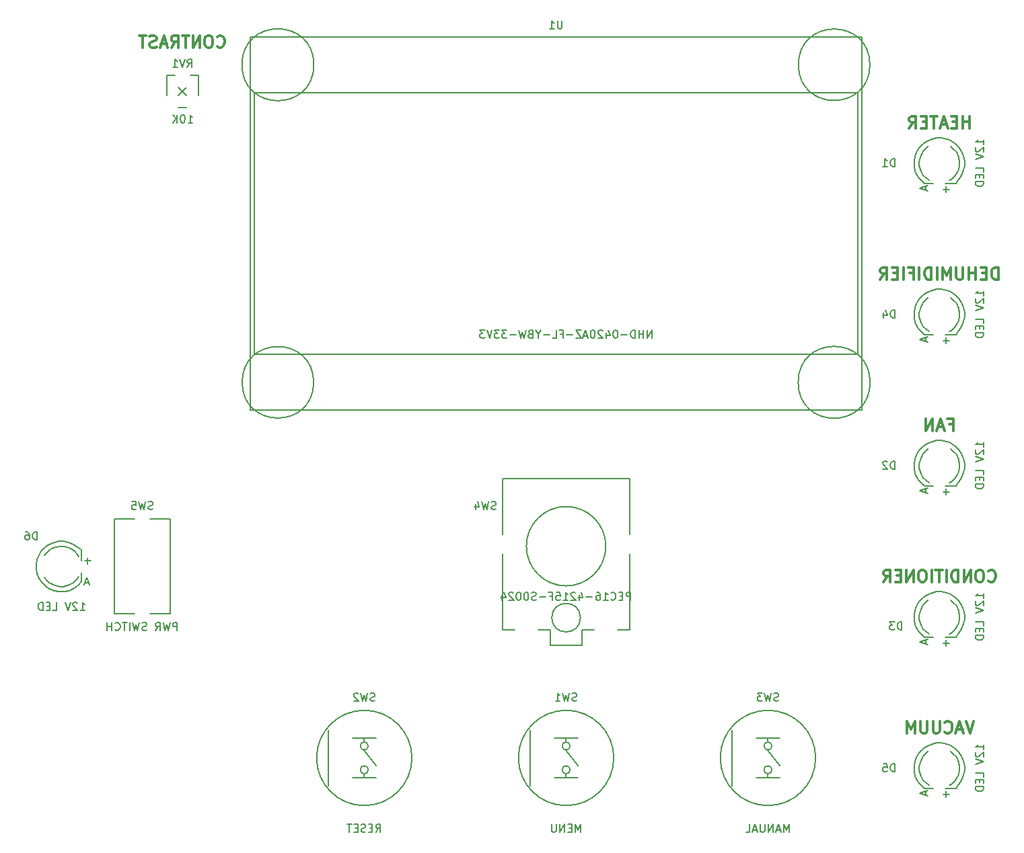
<source format=gbr>
G04 #@! TF.FileFunction,Legend,Bot*
%FSLAX46Y46*%
G04 Gerber Fmt 4.6, Leading zero omitted, Abs format (unit mm)*
G04 Created by KiCad (PCBNEW 0.201503150816+5513~22~ubuntu14.04.1-product) date Thu 23 Apr 2015 07:30:57 PM EDT*
%MOMM*%
G01*
G04 APERTURE LIST*
%ADD10C,0.100000*%
%ADD11C,0.300000*%
%ADD12C,0.150000*%
G04 APERTURE END LIST*
D10*
D11*
X98337142Y-41175714D02*
X98408571Y-41247143D01*
X98622857Y-41318571D01*
X98765714Y-41318571D01*
X98979999Y-41247143D01*
X99122857Y-41104286D01*
X99194285Y-40961429D01*
X99265714Y-40675714D01*
X99265714Y-40461429D01*
X99194285Y-40175714D01*
X99122857Y-40032857D01*
X98979999Y-39890000D01*
X98765714Y-39818571D01*
X98622857Y-39818571D01*
X98408571Y-39890000D01*
X98337142Y-39961429D01*
X97408571Y-39818571D02*
X97122857Y-39818571D01*
X96979999Y-39890000D01*
X96837142Y-40032857D01*
X96765714Y-40318571D01*
X96765714Y-40818571D01*
X96837142Y-41104286D01*
X96979999Y-41247143D01*
X97122857Y-41318571D01*
X97408571Y-41318571D01*
X97551428Y-41247143D01*
X97694285Y-41104286D01*
X97765714Y-40818571D01*
X97765714Y-40318571D01*
X97694285Y-40032857D01*
X97551428Y-39890000D01*
X97408571Y-39818571D01*
X96122856Y-41318571D02*
X96122856Y-39818571D01*
X95265713Y-41318571D01*
X95265713Y-39818571D01*
X94765713Y-39818571D02*
X93908570Y-39818571D01*
X94337141Y-41318571D02*
X94337141Y-39818571D01*
X92551427Y-41318571D02*
X93051427Y-40604286D01*
X93408570Y-41318571D02*
X93408570Y-39818571D01*
X92837142Y-39818571D01*
X92694284Y-39890000D01*
X92622856Y-39961429D01*
X92551427Y-40104286D01*
X92551427Y-40318571D01*
X92622856Y-40461429D01*
X92694284Y-40532857D01*
X92837142Y-40604286D01*
X93408570Y-40604286D01*
X91979999Y-40890000D02*
X91265713Y-40890000D01*
X92122856Y-41318571D02*
X91622856Y-39818571D01*
X91122856Y-41318571D01*
X90694285Y-41247143D02*
X90479999Y-41318571D01*
X90122856Y-41318571D01*
X89979999Y-41247143D01*
X89908570Y-41175714D01*
X89837142Y-41032857D01*
X89837142Y-40890000D01*
X89908570Y-40747143D01*
X89979999Y-40675714D01*
X90122856Y-40604286D01*
X90408570Y-40532857D01*
X90551428Y-40461429D01*
X90622856Y-40390000D01*
X90694285Y-40247143D01*
X90694285Y-40104286D01*
X90622856Y-39961429D01*
X90551428Y-39890000D01*
X90408570Y-39818571D01*
X90051428Y-39818571D01*
X89837142Y-39890000D01*
X89408571Y-39818571D02*
X88551428Y-39818571D01*
X88979999Y-41318571D02*
X88979999Y-39818571D01*
X195372858Y-108485714D02*
X195444287Y-108557143D01*
X195658573Y-108628571D01*
X195801430Y-108628571D01*
X196015715Y-108557143D01*
X196158573Y-108414286D01*
X196230001Y-108271429D01*
X196301430Y-107985714D01*
X196301430Y-107771429D01*
X196230001Y-107485714D01*
X196158573Y-107342857D01*
X196015715Y-107200000D01*
X195801430Y-107128571D01*
X195658573Y-107128571D01*
X195444287Y-107200000D01*
X195372858Y-107271429D01*
X194444287Y-107128571D02*
X194158573Y-107128571D01*
X194015715Y-107200000D01*
X193872858Y-107342857D01*
X193801430Y-107628571D01*
X193801430Y-108128571D01*
X193872858Y-108414286D01*
X194015715Y-108557143D01*
X194158573Y-108628571D01*
X194444287Y-108628571D01*
X194587144Y-108557143D01*
X194730001Y-108414286D01*
X194801430Y-108128571D01*
X194801430Y-107628571D01*
X194730001Y-107342857D01*
X194587144Y-107200000D01*
X194444287Y-107128571D01*
X193158572Y-108628571D02*
X193158572Y-107128571D01*
X192301429Y-108628571D01*
X192301429Y-107128571D01*
X191587143Y-108628571D02*
X191587143Y-107128571D01*
X191230000Y-107128571D01*
X191015715Y-107200000D01*
X190872857Y-107342857D01*
X190801429Y-107485714D01*
X190730000Y-107771429D01*
X190730000Y-107985714D01*
X190801429Y-108271429D01*
X190872857Y-108414286D01*
X191015715Y-108557143D01*
X191230000Y-108628571D01*
X191587143Y-108628571D01*
X190087143Y-108628571D02*
X190087143Y-107128571D01*
X189587143Y-107128571D02*
X188730000Y-107128571D01*
X189158571Y-108628571D02*
X189158571Y-107128571D01*
X188230000Y-108628571D02*
X188230000Y-107128571D01*
X187230000Y-107128571D02*
X186944286Y-107128571D01*
X186801428Y-107200000D01*
X186658571Y-107342857D01*
X186587143Y-107628571D01*
X186587143Y-108128571D01*
X186658571Y-108414286D01*
X186801428Y-108557143D01*
X186944286Y-108628571D01*
X187230000Y-108628571D01*
X187372857Y-108557143D01*
X187515714Y-108414286D01*
X187587143Y-108128571D01*
X187587143Y-107628571D01*
X187515714Y-107342857D01*
X187372857Y-107200000D01*
X187230000Y-107128571D01*
X185944285Y-108628571D02*
X185944285Y-107128571D01*
X185087142Y-108628571D01*
X185087142Y-107128571D01*
X184372856Y-107842857D02*
X183872856Y-107842857D01*
X183658570Y-108628571D02*
X184372856Y-108628571D01*
X184372856Y-107128571D01*
X183658570Y-107128571D01*
X182158570Y-108628571D02*
X182658570Y-107914286D01*
X183015713Y-108628571D02*
X183015713Y-107128571D01*
X182444285Y-107128571D01*
X182301427Y-107200000D01*
X182229999Y-107271429D01*
X182158570Y-107414286D01*
X182158570Y-107628571D01*
X182229999Y-107771429D01*
X182301427Y-107842857D01*
X182444285Y-107914286D01*
X183015713Y-107914286D01*
X193551429Y-126178571D02*
X193051429Y-127678571D01*
X192551429Y-126178571D01*
X192122858Y-127250000D02*
X191408572Y-127250000D01*
X192265715Y-127678571D02*
X191765715Y-126178571D01*
X191265715Y-127678571D01*
X189908572Y-127535714D02*
X189980001Y-127607143D01*
X190194287Y-127678571D01*
X190337144Y-127678571D01*
X190551429Y-127607143D01*
X190694287Y-127464286D01*
X190765715Y-127321429D01*
X190837144Y-127035714D01*
X190837144Y-126821429D01*
X190765715Y-126535714D01*
X190694287Y-126392857D01*
X190551429Y-126250000D01*
X190337144Y-126178571D01*
X190194287Y-126178571D01*
X189980001Y-126250000D01*
X189908572Y-126321429D01*
X189265715Y-126178571D02*
X189265715Y-127392857D01*
X189194287Y-127535714D01*
X189122858Y-127607143D01*
X188980001Y-127678571D01*
X188694287Y-127678571D01*
X188551429Y-127607143D01*
X188480001Y-127535714D01*
X188408572Y-127392857D01*
X188408572Y-126178571D01*
X187694286Y-126178571D02*
X187694286Y-127392857D01*
X187622858Y-127535714D01*
X187551429Y-127607143D01*
X187408572Y-127678571D01*
X187122858Y-127678571D01*
X186980000Y-127607143D01*
X186908572Y-127535714D01*
X186837143Y-127392857D01*
X186837143Y-126178571D01*
X186122857Y-127678571D02*
X186122857Y-126178571D01*
X185622857Y-127250000D01*
X185122857Y-126178571D01*
X185122857Y-127678571D01*
X190444285Y-88792857D02*
X190944285Y-88792857D01*
X190944285Y-89578571D02*
X190944285Y-88078571D01*
X190229999Y-88078571D01*
X189730000Y-89150000D02*
X189015714Y-89150000D01*
X189872857Y-89578571D02*
X189372857Y-88078571D01*
X188872857Y-89578571D01*
X188372857Y-89578571D02*
X188372857Y-88078571D01*
X187515714Y-89578571D01*
X187515714Y-88078571D01*
X196622858Y-70528571D02*
X196622858Y-69028571D01*
X196265715Y-69028571D01*
X196051430Y-69100000D01*
X195908572Y-69242857D01*
X195837144Y-69385714D01*
X195765715Y-69671429D01*
X195765715Y-69885714D01*
X195837144Y-70171429D01*
X195908572Y-70314286D01*
X196051430Y-70457143D01*
X196265715Y-70528571D01*
X196622858Y-70528571D01*
X195122858Y-69742857D02*
X194622858Y-69742857D01*
X194408572Y-70528571D02*
X195122858Y-70528571D01*
X195122858Y-69028571D01*
X194408572Y-69028571D01*
X193765715Y-70528571D02*
X193765715Y-69028571D01*
X193765715Y-69742857D02*
X192908572Y-69742857D01*
X192908572Y-70528571D02*
X192908572Y-69028571D01*
X192194286Y-69028571D02*
X192194286Y-70242857D01*
X192122858Y-70385714D01*
X192051429Y-70457143D01*
X191908572Y-70528571D01*
X191622858Y-70528571D01*
X191480000Y-70457143D01*
X191408572Y-70385714D01*
X191337143Y-70242857D01*
X191337143Y-69028571D01*
X190622857Y-70528571D02*
X190622857Y-69028571D01*
X190122857Y-70100000D01*
X189622857Y-69028571D01*
X189622857Y-70528571D01*
X188908571Y-70528571D02*
X188908571Y-69028571D01*
X188194285Y-70528571D02*
X188194285Y-69028571D01*
X187837142Y-69028571D01*
X187622857Y-69100000D01*
X187479999Y-69242857D01*
X187408571Y-69385714D01*
X187337142Y-69671429D01*
X187337142Y-69885714D01*
X187408571Y-70171429D01*
X187479999Y-70314286D01*
X187622857Y-70457143D01*
X187837142Y-70528571D01*
X188194285Y-70528571D01*
X186694285Y-70528571D02*
X186694285Y-69028571D01*
X185479999Y-69742857D02*
X185979999Y-69742857D01*
X185979999Y-70528571D02*
X185979999Y-69028571D01*
X185265713Y-69028571D01*
X184694285Y-70528571D02*
X184694285Y-69028571D01*
X183979999Y-69742857D02*
X183479999Y-69742857D01*
X183265713Y-70528571D02*
X183979999Y-70528571D01*
X183979999Y-69028571D01*
X183265713Y-69028571D01*
X181765713Y-70528571D02*
X182265713Y-69814286D01*
X182622856Y-70528571D02*
X182622856Y-69028571D01*
X182051428Y-69028571D01*
X181908570Y-69100000D01*
X181837142Y-69171429D01*
X181765713Y-69314286D01*
X181765713Y-69528571D01*
X181837142Y-69671429D01*
X181908570Y-69742857D01*
X182051428Y-69814286D01*
X182622856Y-69814286D01*
X192980000Y-51478571D02*
X192980000Y-49978571D01*
X192980000Y-50692857D02*
X192122857Y-50692857D01*
X192122857Y-51478571D02*
X192122857Y-49978571D01*
X191408571Y-50692857D02*
X190908571Y-50692857D01*
X190694285Y-51478571D02*
X191408571Y-51478571D01*
X191408571Y-49978571D01*
X190694285Y-49978571D01*
X190122857Y-51050000D02*
X189408571Y-51050000D01*
X190265714Y-51478571D02*
X189765714Y-49978571D01*
X189265714Y-51478571D01*
X188980000Y-49978571D02*
X188122857Y-49978571D01*
X188551428Y-51478571D02*
X188551428Y-49978571D01*
X187622857Y-50692857D02*
X187122857Y-50692857D01*
X186908571Y-51478571D02*
X187622857Y-51478571D01*
X187622857Y-49978571D01*
X186908571Y-49978571D01*
X185408571Y-51478571D02*
X185908571Y-50764286D01*
X186265714Y-51478571D02*
X186265714Y-49978571D01*
X185694286Y-49978571D01*
X185551428Y-50050000D01*
X185480000Y-50121429D01*
X185408571Y-50264286D01*
X185408571Y-50478571D01*
X185480000Y-50621429D01*
X185551428Y-50692857D01*
X185694286Y-50764286D01*
X186265714Y-50764286D01*
D12*
X187325000Y-58420000D02*
X188468000Y-58420000D01*
X191389000Y-58420000D02*
X189992000Y-58420000D01*
X187960000Y-58039000D02*
X187579000Y-57785000D01*
X187579000Y-57785000D02*
X187198000Y-57404000D01*
X187198000Y-57404000D02*
X186944000Y-56896000D01*
X186944000Y-56896000D02*
X186690000Y-56134000D01*
X186690000Y-56134000D02*
X186690000Y-55753000D01*
X186690000Y-55753000D02*
X186817000Y-55118000D01*
X186817000Y-55118000D02*
X187198000Y-54356000D01*
X187198000Y-54356000D02*
X187452000Y-54102000D01*
X187452000Y-54102000D02*
X187833000Y-53721000D01*
X191389000Y-54483000D02*
X191008000Y-54102000D01*
X191008000Y-54102000D02*
X190754000Y-53848000D01*
X190754000Y-53848000D02*
X190627000Y-53721000D01*
X190500000Y-58039000D02*
X190754000Y-57912000D01*
X190754000Y-57912000D02*
X191135000Y-57531000D01*
X191135000Y-57531000D02*
X191516000Y-57023000D01*
X191516000Y-57023000D02*
X191643000Y-56642000D01*
X191643000Y-56642000D02*
X191770000Y-56134000D01*
X191770000Y-56134000D02*
X191770000Y-55753000D01*
X191770000Y-55753000D02*
X191643000Y-55118000D01*
X191643000Y-55118000D02*
X191389000Y-54483000D01*
X187325000Y-58420000D02*
X186944000Y-58039000D01*
X191389000Y-58293000D02*
X191643000Y-57912000D01*
X191643000Y-57912000D02*
X192024000Y-57404000D01*
X192024000Y-57404000D02*
X192278000Y-56769000D01*
X192278000Y-56769000D02*
X192405000Y-56134000D01*
X192405000Y-56134000D02*
X192405000Y-55626000D01*
X192405000Y-55626000D02*
X192278000Y-54991000D01*
X192278000Y-54991000D02*
X192024000Y-54356000D01*
X192024000Y-54356000D02*
X191643000Y-53848000D01*
X191643000Y-53848000D02*
X191135000Y-53340000D01*
X191135000Y-53340000D02*
X190500000Y-52959000D01*
X190500000Y-52959000D02*
X190119000Y-52832000D01*
X190119000Y-52832000D02*
X189484000Y-52705000D01*
X189484000Y-52705000D02*
X188849000Y-52705000D01*
X188849000Y-52705000D02*
X188341000Y-52832000D01*
X188341000Y-52832000D02*
X187706000Y-53086000D01*
X187706000Y-53086000D02*
X187198000Y-53467000D01*
X187198000Y-53467000D02*
X186690000Y-53975000D01*
X186690000Y-53975000D02*
X186436000Y-54356000D01*
X186436000Y-54356000D02*
X186182000Y-54991000D01*
X186182000Y-54991000D02*
X186055000Y-55626000D01*
X186055000Y-55626000D02*
X186055000Y-56261000D01*
X186055000Y-56261000D02*
X186182000Y-56896000D01*
X186182000Y-56896000D02*
X186563000Y-57658000D01*
X186563000Y-57658000D02*
X186944000Y-58039000D01*
X187325000Y-96520000D02*
X188468000Y-96520000D01*
X191389000Y-96520000D02*
X189992000Y-96520000D01*
X187960000Y-96139000D02*
X187579000Y-95885000D01*
X187579000Y-95885000D02*
X187198000Y-95504000D01*
X187198000Y-95504000D02*
X186944000Y-94996000D01*
X186944000Y-94996000D02*
X186690000Y-94234000D01*
X186690000Y-94234000D02*
X186690000Y-93853000D01*
X186690000Y-93853000D02*
X186817000Y-93218000D01*
X186817000Y-93218000D02*
X187198000Y-92456000D01*
X187198000Y-92456000D02*
X187452000Y-92202000D01*
X187452000Y-92202000D02*
X187833000Y-91821000D01*
X191389000Y-92583000D02*
X191008000Y-92202000D01*
X191008000Y-92202000D02*
X190754000Y-91948000D01*
X190754000Y-91948000D02*
X190627000Y-91821000D01*
X190500000Y-96139000D02*
X190754000Y-96012000D01*
X190754000Y-96012000D02*
X191135000Y-95631000D01*
X191135000Y-95631000D02*
X191516000Y-95123000D01*
X191516000Y-95123000D02*
X191643000Y-94742000D01*
X191643000Y-94742000D02*
X191770000Y-94234000D01*
X191770000Y-94234000D02*
X191770000Y-93853000D01*
X191770000Y-93853000D02*
X191643000Y-93218000D01*
X191643000Y-93218000D02*
X191389000Y-92583000D01*
X187325000Y-96520000D02*
X186944000Y-96139000D01*
X191389000Y-96393000D02*
X191643000Y-96012000D01*
X191643000Y-96012000D02*
X192024000Y-95504000D01*
X192024000Y-95504000D02*
X192278000Y-94869000D01*
X192278000Y-94869000D02*
X192405000Y-94234000D01*
X192405000Y-94234000D02*
X192405000Y-93726000D01*
X192405000Y-93726000D02*
X192278000Y-93091000D01*
X192278000Y-93091000D02*
X192024000Y-92456000D01*
X192024000Y-92456000D02*
X191643000Y-91948000D01*
X191643000Y-91948000D02*
X191135000Y-91440000D01*
X191135000Y-91440000D02*
X190500000Y-91059000D01*
X190500000Y-91059000D02*
X190119000Y-90932000D01*
X190119000Y-90932000D02*
X189484000Y-90805000D01*
X189484000Y-90805000D02*
X188849000Y-90805000D01*
X188849000Y-90805000D02*
X188341000Y-90932000D01*
X188341000Y-90932000D02*
X187706000Y-91186000D01*
X187706000Y-91186000D02*
X187198000Y-91567000D01*
X187198000Y-91567000D02*
X186690000Y-92075000D01*
X186690000Y-92075000D02*
X186436000Y-92456000D01*
X186436000Y-92456000D02*
X186182000Y-93091000D01*
X186182000Y-93091000D02*
X186055000Y-93726000D01*
X186055000Y-93726000D02*
X186055000Y-94361000D01*
X186055000Y-94361000D02*
X186182000Y-94996000D01*
X186182000Y-94996000D02*
X186563000Y-95758000D01*
X186563000Y-95758000D02*
X186944000Y-96139000D01*
X187325000Y-115570000D02*
X188468000Y-115570000D01*
X191389000Y-115570000D02*
X189992000Y-115570000D01*
X187960000Y-115189000D02*
X187579000Y-114935000D01*
X187579000Y-114935000D02*
X187198000Y-114554000D01*
X187198000Y-114554000D02*
X186944000Y-114046000D01*
X186944000Y-114046000D02*
X186690000Y-113284000D01*
X186690000Y-113284000D02*
X186690000Y-112903000D01*
X186690000Y-112903000D02*
X186817000Y-112268000D01*
X186817000Y-112268000D02*
X187198000Y-111506000D01*
X187198000Y-111506000D02*
X187452000Y-111252000D01*
X187452000Y-111252000D02*
X187833000Y-110871000D01*
X191389000Y-111633000D02*
X191008000Y-111252000D01*
X191008000Y-111252000D02*
X190754000Y-110998000D01*
X190754000Y-110998000D02*
X190627000Y-110871000D01*
X190500000Y-115189000D02*
X190754000Y-115062000D01*
X190754000Y-115062000D02*
X191135000Y-114681000D01*
X191135000Y-114681000D02*
X191516000Y-114173000D01*
X191516000Y-114173000D02*
X191643000Y-113792000D01*
X191643000Y-113792000D02*
X191770000Y-113284000D01*
X191770000Y-113284000D02*
X191770000Y-112903000D01*
X191770000Y-112903000D02*
X191643000Y-112268000D01*
X191643000Y-112268000D02*
X191389000Y-111633000D01*
X187325000Y-115570000D02*
X186944000Y-115189000D01*
X191389000Y-115443000D02*
X191643000Y-115062000D01*
X191643000Y-115062000D02*
X192024000Y-114554000D01*
X192024000Y-114554000D02*
X192278000Y-113919000D01*
X192278000Y-113919000D02*
X192405000Y-113284000D01*
X192405000Y-113284000D02*
X192405000Y-112776000D01*
X192405000Y-112776000D02*
X192278000Y-112141000D01*
X192278000Y-112141000D02*
X192024000Y-111506000D01*
X192024000Y-111506000D02*
X191643000Y-110998000D01*
X191643000Y-110998000D02*
X191135000Y-110490000D01*
X191135000Y-110490000D02*
X190500000Y-110109000D01*
X190500000Y-110109000D02*
X190119000Y-109982000D01*
X190119000Y-109982000D02*
X189484000Y-109855000D01*
X189484000Y-109855000D02*
X188849000Y-109855000D01*
X188849000Y-109855000D02*
X188341000Y-109982000D01*
X188341000Y-109982000D02*
X187706000Y-110236000D01*
X187706000Y-110236000D02*
X187198000Y-110617000D01*
X187198000Y-110617000D02*
X186690000Y-111125000D01*
X186690000Y-111125000D02*
X186436000Y-111506000D01*
X186436000Y-111506000D02*
X186182000Y-112141000D01*
X186182000Y-112141000D02*
X186055000Y-112776000D01*
X186055000Y-112776000D02*
X186055000Y-113411000D01*
X186055000Y-113411000D02*
X186182000Y-114046000D01*
X186182000Y-114046000D02*
X186563000Y-114808000D01*
X186563000Y-114808000D02*
X186944000Y-115189000D01*
X187325000Y-77470000D02*
X188468000Y-77470000D01*
X191389000Y-77470000D02*
X189992000Y-77470000D01*
X187960000Y-77089000D02*
X187579000Y-76835000D01*
X187579000Y-76835000D02*
X187198000Y-76454000D01*
X187198000Y-76454000D02*
X186944000Y-75946000D01*
X186944000Y-75946000D02*
X186690000Y-75184000D01*
X186690000Y-75184000D02*
X186690000Y-74803000D01*
X186690000Y-74803000D02*
X186817000Y-74168000D01*
X186817000Y-74168000D02*
X187198000Y-73406000D01*
X187198000Y-73406000D02*
X187452000Y-73152000D01*
X187452000Y-73152000D02*
X187833000Y-72771000D01*
X191389000Y-73533000D02*
X191008000Y-73152000D01*
X191008000Y-73152000D02*
X190754000Y-72898000D01*
X190754000Y-72898000D02*
X190627000Y-72771000D01*
X190500000Y-77089000D02*
X190754000Y-76962000D01*
X190754000Y-76962000D02*
X191135000Y-76581000D01*
X191135000Y-76581000D02*
X191516000Y-76073000D01*
X191516000Y-76073000D02*
X191643000Y-75692000D01*
X191643000Y-75692000D02*
X191770000Y-75184000D01*
X191770000Y-75184000D02*
X191770000Y-74803000D01*
X191770000Y-74803000D02*
X191643000Y-74168000D01*
X191643000Y-74168000D02*
X191389000Y-73533000D01*
X187325000Y-77470000D02*
X186944000Y-77089000D01*
X191389000Y-77343000D02*
X191643000Y-76962000D01*
X191643000Y-76962000D02*
X192024000Y-76454000D01*
X192024000Y-76454000D02*
X192278000Y-75819000D01*
X192278000Y-75819000D02*
X192405000Y-75184000D01*
X192405000Y-75184000D02*
X192405000Y-74676000D01*
X192405000Y-74676000D02*
X192278000Y-74041000D01*
X192278000Y-74041000D02*
X192024000Y-73406000D01*
X192024000Y-73406000D02*
X191643000Y-72898000D01*
X191643000Y-72898000D02*
X191135000Y-72390000D01*
X191135000Y-72390000D02*
X190500000Y-72009000D01*
X190500000Y-72009000D02*
X190119000Y-71882000D01*
X190119000Y-71882000D02*
X189484000Y-71755000D01*
X189484000Y-71755000D02*
X188849000Y-71755000D01*
X188849000Y-71755000D02*
X188341000Y-71882000D01*
X188341000Y-71882000D02*
X187706000Y-72136000D01*
X187706000Y-72136000D02*
X187198000Y-72517000D01*
X187198000Y-72517000D02*
X186690000Y-73025000D01*
X186690000Y-73025000D02*
X186436000Y-73406000D01*
X186436000Y-73406000D02*
X186182000Y-74041000D01*
X186182000Y-74041000D02*
X186055000Y-74676000D01*
X186055000Y-74676000D02*
X186055000Y-75311000D01*
X186055000Y-75311000D02*
X186182000Y-75946000D01*
X186182000Y-75946000D02*
X186563000Y-76708000D01*
X186563000Y-76708000D02*
X186944000Y-77089000D01*
X187325000Y-134620000D02*
X188468000Y-134620000D01*
X191389000Y-134620000D02*
X189992000Y-134620000D01*
X187960000Y-134239000D02*
X187579000Y-133985000D01*
X187579000Y-133985000D02*
X187198000Y-133604000D01*
X187198000Y-133604000D02*
X186944000Y-133096000D01*
X186944000Y-133096000D02*
X186690000Y-132334000D01*
X186690000Y-132334000D02*
X186690000Y-131953000D01*
X186690000Y-131953000D02*
X186817000Y-131318000D01*
X186817000Y-131318000D02*
X187198000Y-130556000D01*
X187198000Y-130556000D02*
X187452000Y-130302000D01*
X187452000Y-130302000D02*
X187833000Y-129921000D01*
X191389000Y-130683000D02*
X191008000Y-130302000D01*
X191008000Y-130302000D02*
X190754000Y-130048000D01*
X190754000Y-130048000D02*
X190627000Y-129921000D01*
X190500000Y-134239000D02*
X190754000Y-134112000D01*
X190754000Y-134112000D02*
X191135000Y-133731000D01*
X191135000Y-133731000D02*
X191516000Y-133223000D01*
X191516000Y-133223000D02*
X191643000Y-132842000D01*
X191643000Y-132842000D02*
X191770000Y-132334000D01*
X191770000Y-132334000D02*
X191770000Y-131953000D01*
X191770000Y-131953000D02*
X191643000Y-131318000D01*
X191643000Y-131318000D02*
X191389000Y-130683000D01*
X187325000Y-134620000D02*
X186944000Y-134239000D01*
X191389000Y-134493000D02*
X191643000Y-134112000D01*
X191643000Y-134112000D02*
X192024000Y-133604000D01*
X192024000Y-133604000D02*
X192278000Y-132969000D01*
X192278000Y-132969000D02*
X192405000Y-132334000D01*
X192405000Y-132334000D02*
X192405000Y-131826000D01*
X192405000Y-131826000D02*
X192278000Y-131191000D01*
X192278000Y-131191000D02*
X192024000Y-130556000D01*
X192024000Y-130556000D02*
X191643000Y-130048000D01*
X191643000Y-130048000D02*
X191135000Y-129540000D01*
X191135000Y-129540000D02*
X190500000Y-129159000D01*
X190500000Y-129159000D02*
X190119000Y-129032000D01*
X190119000Y-129032000D02*
X189484000Y-128905000D01*
X189484000Y-128905000D02*
X188849000Y-128905000D01*
X188849000Y-128905000D02*
X188341000Y-129032000D01*
X188341000Y-129032000D02*
X187706000Y-129286000D01*
X187706000Y-129286000D02*
X187198000Y-129667000D01*
X187198000Y-129667000D02*
X186690000Y-130175000D01*
X186690000Y-130175000D02*
X186436000Y-130556000D01*
X186436000Y-130556000D02*
X186182000Y-131191000D01*
X186182000Y-131191000D02*
X186055000Y-131826000D01*
X186055000Y-131826000D02*
X186055000Y-132461000D01*
X186055000Y-132461000D02*
X186182000Y-133096000D01*
X186182000Y-133096000D02*
X186563000Y-133858000D01*
X186563000Y-133858000D02*
X186944000Y-134239000D01*
X81280000Y-108585000D02*
X81280000Y-107442000D01*
X81280000Y-104521000D02*
X81280000Y-105918000D01*
X80899000Y-107950000D02*
X80645000Y-108331000D01*
X80645000Y-108331000D02*
X80264000Y-108712000D01*
X80264000Y-108712000D02*
X79756000Y-108966000D01*
X79756000Y-108966000D02*
X78994000Y-109220000D01*
X78994000Y-109220000D02*
X78613000Y-109220000D01*
X78613000Y-109220000D02*
X77978000Y-109093000D01*
X77978000Y-109093000D02*
X77216000Y-108712000D01*
X77216000Y-108712000D02*
X76962000Y-108458000D01*
X76962000Y-108458000D02*
X76581000Y-108077000D01*
X77343000Y-104521000D02*
X76962000Y-104902000D01*
X76962000Y-104902000D02*
X76708000Y-105156000D01*
X76708000Y-105156000D02*
X76581000Y-105283000D01*
X80899000Y-105410000D02*
X80772000Y-105156000D01*
X80772000Y-105156000D02*
X80391000Y-104775000D01*
X80391000Y-104775000D02*
X79883000Y-104394000D01*
X79883000Y-104394000D02*
X79502000Y-104267000D01*
X79502000Y-104267000D02*
X78994000Y-104140000D01*
X78994000Y-104140000D02*
X78613000Y-104140000D01*
X78613000Y-104140000D02*
X77978000Y-104267000D01*
X77978000Y-104267000D02*
X77343000Y-104521000D01*
X81280000Y-108585000D02*
X80899000Y-108966000D01*
X81153000Y-104521000D02*
X80772000Y-104267000D01*
X80772000Y-104267000D02*
X80264000Y-103886000D01*
X80264000Y-103886000D02*
X79629000Y-103632000D01*
X79629000Y-103632000D02*
X78994000Y-103505000D01*
X78994000Y-103505000D02*
X78486000Y-103505000D01*
X78486000Y-103505000D02*
X77851000Y-103632000D01*
X77851000Y-103632000D02*
X77216000Y-103886000D01*
X77216000Y-103886000D02*
X76708000Y-104267000D01*
X76708000Y-104267000D02*
X76200000Y-104775000D01*
X76200000Y-104775000D02*
X75819000Y-105410000D01*
X75819000Y-105410000D02*
X75692000Y-105791000D01*
X75692000Y-105791000D02*
X75565000Y-106426000D01*
X75565000Y-106426000D02*
X75565000Y-107061000D01*
X75565000Y-107061000D02*
X75692000Y-107569000D01*
X75692000Y-107569000D02*
X75946000Y-108204000D01*
X75946000Y-108204000D02*
X76327000Y-108712000D01*
X76327000Y-108712000D02*
X76835000Y-109220000D01*
X76835000Y-109220000D02*
X77216000Y-109474000D01*
X77216000Y-109474000D02*
X77851000Y-109728000D01*
X77851000Y-109728000D02*
X78486000Y-109855000D01*
X78486000Y-109855000D02*
X79121000Y-109855000D01*
X79121000Y-109855000D02*
X79756000Y-109728000D01*
X79756000Y-109728000D02*
X80518000Y-109347000D01*
X80518000Y-109347000D02*
X80899000Y-108966000D01*
X137740000Y-134310000D02*
X137740000Y-127310000D01*
X142240000Y-128310000D02*
X142240000Y-128810000D01*
X140740000Y-128310000D02*
X143740000Y-128310000D01*
X143740000Y-133310000D02*
X143240000Y-133310000D01*
X140740000Y-133310000D02*
X143240000Y-133310000D01*
X142240000Y-132810000D02*
X142240000Y-133310000D01*
X142240000Y-129810000D02*
X143740000Y-131810000D01*
X142740000Y-132310000D02*
G75*
G03X142740000Y-132310000I-500000J0D01*
G01*
X142740000Y-129310000D02*
G75*
G03X142740000Y-129310000I-500000J0D01*
G01*
X148240000Y-130810000D02*
G75*
G03X148240000Y-130810000I-6000000J0D01*
G01*
X112340000Y-134310000D02*
X112340000Y-127310000D01*
X116840000Y-128310000D02*
X116840000Y-128810000D01*
X115340000Y-128310000D02*
X118340000Y-128310000D01*
X118340000Y-133310000D02*
X117840000Y-133310000D01*
X115340000Y-133310000D02*
X117840000Y-133310000D01*
X116840000Y-132810000D02*
X116840000Y-133310000D01*
X116840000Y-129810000D02*
X118340000Y-131810000D01*
X117340000Y-132310000D02*
G75*
G03X117340000Y-132310000I-500000J0D01*
G01*
X117340000Y-129310000D02*
G75*
G03X117340000Y-129310000I-500000J0D01*
G01*
X122840000Y-130810000D02*
G75*
G03X122840000Y-130810000I-6000000J0D01*
G01*
X163140000Y-134310000D02*
X163140000Y-127310000D01*
X167640000Y-128310000D02*
X167640000Y-128810000D01*
X166140000Y-128310000D02*
X169140000Y-128310000D01*
X169140000Y-133310000D02*
X168640000Y-133310000D01*
X166140000Y-133310000D02*
X168640000Y-133310000D01*
X167640000Y-132810000D02*
X167640000Y-133310000D01*
X167640000Y-129810000D02*
X169140000Y-131810000D01*
X168140000Y-132310000D02*
G75*
G03X168140000Y-132310000I-500000J0D01*
G01*
X168140000Y-129310000D02*
G75*
G03X168140000Y-129310000I-500000J0D01*
G01*
X173640000Y-130810000D02*
G75*
G03X173640000Y-130810000I-6000000J0D01*
G01*
X144042776Y-113140000D02*
G75*
G03X144042776Y-113140000I-1802776J0D01*
G01*
X147240000Y-104140000D02*
G75*
G03X147240000Y-104140000I-5000000J0D01*
G01*
X145740000Y-114640000D02*
X145240000Y-114640000D01*
X144240000Y-116640000D02*
X144240000Y-114640000D01*
X144240000Y-114640000D02*
X145240000Y-114640000D01*
X140240000Y-116640000D02*
X140240000Y-114640000D01*
X140240000Y-114640000D02*
X138740000Y-114640000D01*
X144240000Y-116640000D02*
X140240000Y-116640000D01*
X135740000Y-114640000D02*
X134240000Y-114640000D01*
X134240000Y-114640000D02*
X134240000Y-105140000D01*
X150240000Y-105640000D02*
X150240000Y-114640000D01*
X150240000Y-114640000D02*
X148740000Y-114640000D01*
X150240000Y-105640000D02*
X150240000Y-105140000D01*
X150240000Y-102640000D02*
X150240000Y-102140000D01*
X134240000Y-102640000D02*
X134240000Y-95640000D01*
X134240000Y-95640000D02*
X150240000Y-95640000D01*
X150240000Y-95640000D02*
X150240000Y-102640000D01*
X89900000Y-112680000D02*
X92400000Y-112680000D01*
X92400000Y-112680000D02*
X92400000Y-100680000D01*
X92400000Y-100680000D02*
X89900000Y-100680000D01*
X87900000Y-100680000D02*
X85400000Y-100680000D01*
X85400000Y-100680000D02*
X85400000Y-112680000D01*
X85400000Y-112680000D02*
X87900000Y-112680000D01*
X180470000Y-43500000D02*
G75*
G03X180470000Y-43500000I-4500000J0D01*
G01*
X180497693Y-83500000D02*
G75*
G03X180497693Y-83500000I-4527693J0D01*
G01*
X110470000Y-83500000D02*
G75*
G03X110470000Y-83500000I-4500000J0D01*
G01*
X110497693Y-43500000D02*
G75*
G03X110497693Y-43500000I-4527693J0D01*
G01*
X178970000Y-47000000D02*
X102970000Y-47000000D01*
X102970000Y-47000000D02*
X102970000Y-80000000D01*
X102970000Y-80000000D02*
X178970000Y-80000000D01*
X178970000Y-80000000D02*
X178970000Y-47000000D01*
X179470000Y-40000000D02*
X179470000Y-87000000D01*
X179470000Y-87000000D02*
X102470000Y-87000000D01*
X102470000Y-87000000D02*
X102470000Y-40000000D01*
X102470000Y-40000000D02*
X179470000Y-40000000D01*
X94480000Y-47363000D02*
X93480000Y-46363000D01*
X94480000Y-46363000D02*
X93480000Y-47363000D01*
X95980000Y-47363000D02*
X95980000Y-44863000D01*
X95980000Y-44863000D02*
X94980000Y-44863000D01*
X93480000Y-48863000D02*
X94480000Y-48863000D01*
X92480000Y-44863000D02*
X91980000Y-44863000D01*
X91980000Y-44863000D02*
X91980000Y-47363000D01*
X92980000Y-44863000D02*
X92480000Y-44863000D01*
X183618095Y-56332381D02*
X183618095Y-55332381D01*
X183380000Y-55332381D01*
X183237142Y-55380000D01*
X183141904Y-55475238D01*
X183094285Y-55570476D01*
X183046666Y-55760952D01*
X183046666Y-55903810D01*
X183094285Y-56094286D01*
X183141904Y-56189524D01*
X183237142Y-56284762D01*
X183380000Y-56332381D01*
X183618095Y-56332381D01*
X182094285Y-56332381D02*
X182665714Y-56332381D01*
X182380000Y-56332381D02*
X182380000Y-55332381D01*
X182475238Y-55475238D01*
X182570476Y-55570476D01*
X182665714Y-55618095D01*
X194762381Y-53522857D02*
X194762381Y-52951428D01*
X194762381Y-53237142D02*
X193762381Y-53237142D01*
X193905238Y-53141904D01*
X194000476Y-53046666D01*
X194048095Y-52951428D01*
X193857619Y-53903809D02*
X193810000Y-53951428D01*
X193762381Y-54046666D01*
X193762381Y-54284762D01*
X193810000Y-54380000D01*
X193857619Y-54427619D01*
X193952857Y-54475238D01*
X194048095Y-54475238D01*
X194190952Y-54427619D01*
X194762381Y-53856190D01*
X194762381Y-54475238D01*
X193762381Y-54760952D02*
X194762381Y-55094285D01*
X193762381Y-55427619D01*
X194762381Y-56999048D02*
X194762381Y-56522857D01*
X193762381Y-56522857D01*
X194238571Y-57332381D02*
X194238571Y-57665715D01*
X194762381Y-57808572D02*
X194762381Y-57332381D01*
X193762381Y-57332381D01*
X193762381Y-57808572D01*
X194762381Y-58237143D02*
X193762381Y-58237143D01*
X193762381Y-58475238D01*
X193810000Y-58618096D01*
X193905238Y-58713334D01*
X194000476Y-58760953D01*
X194190952Y-58808572D01*
X194333810Y-58808572D01*
X194524286Y-58760953D01*
X194619524Y-58713334D01*
X194714762Y-58618096D01*
X194762381Y-58475238D01*
X194762381Y-58237143D01*
X187491667Y-58816905D02*
X187491667Y-59293096D01*
X187777381Y-58721667D02*
X186777381Y-59055000D01*
X187777381Y-59388334D01*
X190063429Y-58801048D02*
X190063429Y-59562953D01*
X190444381Y-59182001D02*
X189682476Y-59182001D01*
X183618095Y-94432381D02*
X183618095Y-93432381D01*
X183380000Y-93432381D01*
X183237142Y-93480000D01*
X183141904Y-93575238D01*
X183094285Y-93670476D01*
X183046666Y-93860952D01*
X183046666Y-94003810D01*
X183094285Y-94194286D01*
X183141904Y-94289524D01*
X183237142Y-94384762D01*
X183380000Y-94432381D01*
X183618095Y-94432381D01*
X182665714Y-93527619D02*
X182618095Y-93480000D01*
X182522857Y-93432381D01*
X182284761Y-93432381D01*
X182189523Y-93480000D01*
X182141904Y-93527619D01*
X182094285Y-93622857D01*
X182094285Y-93718095D01*
X182141904Y-93860952D01*
X182713333Y-94432381D01*
X182094285Y-94432381D01*
X194762381Y-91622857D02*
X194762381Y-91051428D01*
X194762381Y-91337142D02*
X193762381Y-91337142D01*
X193905238Y-91241904D01*
X194000476Y-91146666D01*
X194048095Y-91051428D01*
X193857619Y-92003809D02*
X193810000Y-92051428D01*
X193762381Y-92146666D01*
X193762381Y-92384762D01*
X193810000Y-92480000D01*
X193857619Y-92527619D01*
X193952857Y-92575238D01*
X194048095Y-92575238D01*
X194190952Y-92527619D01*
X194762381Y-91956190D01*
X194762381Y-92575238D01*
X193762381Y-92860952D02*
X194762381Y-93194285D01*
X193762381Y-93527619D01*
X194762381Y-95099048D02*
X194762381Y-94622857D01*
X193762381Y-94622857D01*
X194238571Y-95432381D02*
X194238571Y-95765715D01*
X194762381Y-95908572D02*
X194762381Y-95432381D01*
X193762381Y-95432381D01*
X193762381Y-95908572D01*
X194762381Y-96337143D02*
X193762381Y-96337143D01*
X193762381Y-96575238D01*
X193810000Y-96718096D01*
X193905238Y-96813334D01*
X194000476Y-96860953D01*
X194190952Y-96908572D01*
X194333810Y-96908572D01*
X194524286Y-96860953D01*
X194619524Y-96813334D01*
X194714762Y-96718096D01*
X194762381Y-96575238D01*
X194762381Y-96337143D01*
X187491667Y-96916905D02*
X187491667Y-97393096D01*
X187777381Y-96821667D02*
X186777381Y-97155000D01*
X187777381Y-97488334D01*
X190063429Y-96901048D02*
X190063429Y-97662953D01*
X190444381Y-97282001D02*
X189682476Y-97282001D01*
X184481695Y-114663481D02*
X184481695Y-113663481D01*
X184243600Y-113663481D01*
X184100742Y-113711100D01*
X184005504Y-113806338D01*
X183957885Y-113901576D01*
X183910266Y-114092052D01*
X183910266Y-114234910D01*
X183957885Y-114425386D01*
X184005504Y-114520624D01*
X184100742Y-114615862D01*
X184243600Y-114663481D01*
X184481695Y-114663481D01*
X183576933Y-113663481D02*
X182957885Y-113663481D01*
X183291219Y-114044433D01*
X183148361Y-114044433D01*
X183053123Y-114092052D01*
X183005504Y-114139671D01*
X182957885Y-114234910D01*
X182957885Y-114473005D01*
X183005504Y-114568243D01*
X183053123Y-114615862D01*
X183148361Y-114663481D01*
X183434076Y-114663481D01*
X183529314Y-114615862D01*
X183576933Y-114568243D01*
X194762381Y-110672857D02*
X194762381Y-110101428D01*
X194762381Y-110387142D02*
X193762381Y-110387142D01*
X193905238Y-110291904D01*
X194000476Y-110196666D01*
X194048095Y-110101428D01*
X193857619Y-111053809D02*
X193810000Y-111101428D01*
X193762381Y-111196666D01*
X193762381Y-111434762D01*
X193810000Y-111530000D01*
X193857619Y-111577619D01*
X193952857Y-111625238D01*
X194048095Y-111625238D01*
X194190952Y-111577619D01*
X194762381Y-111006190D01*
X194762381Y-111625238D01*
X193762381Y-111910952D02*
X194762381Y-112244285D01*
X193762381Y-112577619D01*
X194762381Y-114149048D02*
X194762381Y-113672857D01*
X193762381Y-113672857D01*
X194238571Y-114482381D02*
X194238571Y-114815715D01*
X194762381Y-114958572D02*
X194762381Y-114482381D01*
X193762381Y-114482381D01*
X193762381Y-114958572D01*
X194762381Y-115387143D02*
X193762381Y-115387143D01*
X193762381Y-115625238D01*
X193810000Y-115768096D01*
X193905238Y-115863334D01*
X194000476Y-115910953D01*
X194190952Y-115958572D01*
X194333810Y-115958572D01*
X194524286Y-115910953D01*
X194619524Y-115863334D01*
X194714762Y-115768096D01*
X194762381Y-115625238D01*
X194762381Y-115387143D01*
X187491667Y-115966905D02*
X187491667Y-116443096D01*
X187777381Y-115871667D02*
X186777381Y-116205000D01*
X187777381Y-116538334D01*
X190063429Y-115951048D02*
X190063429Y-116712953D01*
X190444381Y-116332001D02*
X189682476Y-116332001D01*
X183618095Y-75382381D02*
X183618095Y-74382381D01*
X183380000Y-74382381D01*
X183237142Y-74430000D01*
X183141904Y-74525238D01*
X183094285Y-74620476D01*
X183046666Y-74810952D01*
X183046666Y-74953810D01*
X183094285Y-75144286D01*
X183141904Y-75239524D01*
X183237142Y-75334762D01*
X183380000Y-75382381D01*
X183618095Y-75382381D01*
X182189523Y-74715714D02*
X182189523Y-75382381D01*
X182427619Y-74334762D02*
X182665714Y-75049048D01*
X182046666Y-75049048D01*
X194762381Y-72572857D02*
X194762381Y-72001428D01*
X194762381Y-72287142D02*
X193762381Y-72287142D01*
X193905238Y-72191904D01*
X194000476Y-72096666D01*
X194048095Y-72001428D01*
X193857619Y-72953809D02*
X193810000Y-73001428D01*
X193762381Y-73096666D01*
X193762381Y-73334762D01*
X193810000Y-73430000D01*
X193857619Y-73477619D01*
X193952857Y-73525238D01*
X194048095Y-73525238D01*
X194190952Y-73477619D01*
X194762381Y-72906190D01*
X194762381Y-73525238D01*
X193762381Y-73810952D02*
X194762381Y-74144285D01*
X193762381Y-74477619D01*
X194762381Y-76049048D02*
X194762381Y-75572857D01*
X193762381Y-75572857D01*
X194238571Y-76382381D02*
X194238571Y-76715715D01*
X194762381Y-76858572D02*
X194762381Y-76382381D01*
X193762381Y-76382381D01*
X193762381Y-76858572D01*
X194762381Y-77287143D02*
X193762381Y-77287143D01*
X193762381Y-77525238D01*
X193810000Y-77668096D01*
X193905238Y-77763334D01*
X194000476Y-77810953D01*
X194190952Y-77858572D01*
X194333810Y-77858572D01*
X194524286Y-77810953D01*
X194619524Y-77763334D01*
X194714762Y-77668096D01*
X194762381Y-77525238D01*
X194762381Y-77287143D01*
X187491667Y-77866905D02*
X187491667Y-78343096D01*
X187777381Y-77771667D02*
X186777381Y-78105000D01*
X187777381Y-78438334D01*
X190063429Y-77851048D02*
X190063429Y-78612953D01*
X190444381Y-78232001D02*
X189682476Y-78232001D01*
X183618095Y-132532381D02*
X183618095Y-131532381D01*
X183380000Y-131532381D01*
X183237142Y-131580000D01*
X183141904Y-131675238D01*
X183094285Y-131770476D01*
X183046666Y-131960952D01*
X183046666Y-132103810D01*
X183094285Y-132294286D01*
X183141904Y-132389524D01*
X183237142Y-132484762D01*
X183380000Y-132532381D01*
X183618095Y-132532381D01*
X182141904Y-131532381D02*
X182618095Y-131532381D01*
X182665714Y-132008571D01*
X182618095Y-131960952D01*
X182522857Y-131913333D01*
X182284761Y-131913333D01*
X182189523Y-131960952D01*
X182141904Y-132008571D01*
X182094285Y-132103810D01*
X182094285Y-132341905D01*
X182141904Y-132437143D01*
X182189523Y-132484762D01*
X182284761Y-132532381D01*
X182522857Y-132532381D01*
X182618095Y-132484762D01*
X182665714Y-132437143D01*
X194762381Y-129722857D02*
X194762381Y-129151428D01*
X194762381Y-129437142D02*
X193762381Y-129437142D01*
X193905238Y-129341904D01*
X194000476Y-129246666D01*
X194048095Y-129151428D01*
X193857619Y-130103809D02*
X193810000Y-130151428D01*
X193762381Y-130246666D01*
X193762381Y-130484762D01*
X193810000Y-130580000D01*
X193857619Y-130627619D01*
X193952857Y-130675238D01*
X194048095Y-130675238D01*
X194190952Y-130627619D01*
X194762381Y-130056190D01*
X194762381Y-130675238D01*
X193762381Y-130960952D02*
X194762381Y-131294285D01*
X193762381Y-131627619D01*
X194762381Y-133199048D02*
X194762381Y-132722857D01*
X193762381Y-132722857D01*
X194238571Y-133532381D02*
X194238571Y-133865715D01*
X194762381Y-134008572D02*
X194762381Y-133532381D01*
X193762381Y-133532381D01*
X193762381Y-134008572D01*
X194762381Y-134437143D02*
X193762381Y-134437143D01*
X193762381Y-134675238D01*
X193810000Y-134818096D01*
X193905238Y-134913334D01*
X194000476Y-134960953D01*
X194190952Y-135008572D01*
X194333810Y-135008572D01*
X194524286Y-134960953D01*
X194619524Y-134913334D01*
X194714762Y-134818096D01*
X194762381Y-134675238D01*
X194762381Y-134437143D01*
X187491667Y-135016905D02*
X187491667Y-135493096D01*
X187777381Y-134921667D02*
X186777381Y-135255000D01*
X187777381Y-135588334D01*
X190063429Y-135001048D02*
X190063429Y-135762953D01*
X190444381Y-135382001D02*
X189682476Y-135382001D01*
X75668095Y-103322381D02*
X75668095Y-102322381D01*
X75430000Y-102322381D01*
X75287142Y-102370000D01*
X75191904Y-102465238D01*
X75144285Y-102560476D01*
X75096666Y-102750952D01*
X75096666Y-102893810D01*
X75144285Y-103084286D01*
X75191904Y-103179524D01*
X75287142Y-103274762D01*
X75430000Y-103322381D01*
X75668095Y-103322381D01*
X74239523Y-102322381D02*
X74430000Y-102322381D01*
X74525238Y-102370000D01*
X74572857Y-102417619D01*
X74668095Y-102560476D01*
X74715714Y-102750952D01*
X74715714Y-103131905D01*
X74668095Y-103227143D01*
X74620476Y-103274762D01*
X74525238Y-103322381D01*
X74334761Y-103322381D01*
X74239523Y-103274762D01*
X74191904Y-103227143D01*
X74144285Y-103131905D01*
X74144285Y-102893810D01*
X74191904Y-102798571D01*
X74239523Y-102750952D01*
X74334761Y-102703333D01*
X74525238Y-102703333D01*
X74620476Y-102750952D01*
X74668095Y-102798571D01*
X74715714Y-102893810D01*
X81097143Y-112212381D02*
X81668572Y-112212381D01*
X81382858Y-112212381D02*
X81382858Y-111212381D01*
X81478096Y-111355238D01*
X81573334Y-111450476D01*
X81668572Y-111498095D01*
X80716191Y-111307619D02*
X80668572Y-111260000D01*
X80573334Y-111212381D01*
X80335238Y-111212381D01*
X80240000Y-111260000D01*
X80192381Y-111307619D01*
X80144762Y-111402857D01*
X80144762Y-111498095D01*
X80192381Y-111640952D01*
X80763810Y-112212381D01*
X80144762Y-112212381D01*
X79859048Y-111212381D02*
X79525715Y-112212381D01*
X79192381Y-111212381D01*
X77620952Y-112212381D02*
X78097143Y-112212381D01*
X78097143Y-111212381D01*
X77287619Y-111688571D02*
X76954285Y-111688571D01*
X76811428Y-112212381D02*
X77287619Y-112212381D01*
X77287619Y-111212381D01*
X76811428Y-111212381D01*
X76382857Y-112212381D02*
X76382857Y-111212381D01*
X76144762Y-111212381D01*
X76001904Y-111260000D01*
X75906666Y-111355238D01*
X75859047Y-111450476D01*
X75811428Y-111640952D01*
X75811428Y-111783810D01*
X75859047Y-111974286D01*
X75906666Y-112069524D01*
X76001904Y-112164762D01*
X76144762Y-112212381D01*
X76382857Y-112212381D01*
X82153095Y-108751667D02*
X81676904Y-108751667D01*
X82248333Y-109037381D02*
X81915000Y-108037381D01*
X81581666Y-109037381D01*
X82422952Y-105989429D02*
X81661047Y-105989429D01*
X82041999Y-106370381D02*
X82041999Y-105608476D01*
X143573333Y-123594762D02*
X143430476Y-123642381D01*
X143192380Y-123642381D01*
X143097142Y-123594762D01*
X143049523Y-123547143D01*
X143001904Y-123451905D01*
X143001904Y-123356667D01*
X143049523Y-123261429D01*
X143097142Y-123213810D01*
X143192380Y-123166190D01*
X143382857Y-123118571D01*
X143478095Y-123070952D01*
X143525714Y-123023333D01*
X143573333Y-122928095D01*
X143573333Y-122832857D01*
X143525714Y-122737619D01*
X143478095Y-122690000D01*
X143382857Y-122642381D01*
X143144761Y-122642381D01*
X143001904Y-122690000D01*
X142668571Y-122642381D02*
X142430476Y-123642381D01*
X142239999Y-122928095D01*
X142049523Y-123642381D01*
X141811428Y-122642381D01*
X140906666Y-123642381D02*
X141478095Y-123642381D01*
X141192381Y-123642381D02*
X141192381Y-122642381D01*
X141287619Y-122785238D01*
X141382857Y-122880476D01*
X141478095Y-122928095D01*
X144073333Y-140152381D02*
X144073333Y-139152381D01*
X143739999Y-139866667D01*
X143406666Y-139152381D01*
X143406666Y-140152381D01*
X142930476Y-139628571D02*
X142597142Y-139628571D01*
X142454285Y-140152381D02*
X142930476Y-140152381D01*
X142930476Y-139152381D01*
X142454285Y-139152381D01*
X142025714Y-140152381D02*
X142025714Y-139152381D01*
X141454285Y-140152381D01*
X141454285Y-139152381D01*
X140978095Y-139152381D02*
X140978095Y-139961905D01*
X140930476Y-140057143D01*
X140882857Y-140104762D01*
X140787619Y-140152381D01*
X140597142Y-140152381D01*
X140501904Y-140104762D01*
X140454285Y-140057143D01*
X140406666Y-139961905D01*
X140406666Y-139152381D01*
X118173333Y-123594762D02*
X118030476Y-123642381D01*
X117792380Y-123642381D01*
X117697142Y-123594762D01*
X117649523Y-123547143D01*
X117601904Y-123451905D01*
X117601904Y-123356667D01*
X117649523Y-123261429D01*
X117697142Y-123213810D01*
X117792380Y-123166190D01*
X117982857Y-123118571D01*
X118078095Y-123070952D01*
X118125714Y-123023333D01*
X118173333Y-122928095D01*
X118173333Y-122832857D01*
X118125714Y-122737619D01*
X118078095Y-122690000D01*
X117982857Y-122642381D01*
X117744761Y-122642381D01*
X117601904Y-122690000D01*
X117268571Y-122642381D02*
X117030476Y-123642381D01*
X116839999Y-122928095D01*
X116649523Y-123642381D01*
X116411428Y-122642381D01*
X116078095Y-122737619D02*
X116030476Y-122690000D01*
X115935238Y-122642381D01*
X115697142Y-122642381D01*
X115601904Y-122690000D01*
X115554285Y-122737619D01*
X115506666Y-122832857D01*
X115506666Y-122928095D01*
X115554285Y-123070952D01*
X116125714Y-123642381D01*
X115506666Y-123642381D01*
X118292381Y-140152381D02*
X118625715Y-139676190D01*
X118863810Y-140152381D02*
X118863810Y-139152381D01*
X118482857Y-139152381D01*
X118387619Y-139200000D01*
X118340000Y-139247619D01*
X118292381Y-139342857D01*
X118292381Y-139485714D01*
X118340000Y-139580952D01*
X118387619Y-139628571D01*
X118482857Y-139676190D01*
X118863810Y-139676190D01*
X117863810Y-139628571D02*
X117530476Y-139628571D01*
X117387619Y-140152381D02*
X117863810Y-140152381D01*
X117863810Y-139152381D01*
X117387619Y-139152381D01*
X117006667Y-140104762D02*
X116863810Y-140152381D01*
X116625714Y-140152381D01*
X116530476Y-140104762D01*
X116482857Y-140057143D01*
X116435238Y-139961905D01*
X116435238Y-139866667D01*
X116482857Y-139771429D01*
X116530476Y-139723810D01*
X116625714Y-139676190D01*
X116816191Y-139628571D01*
X116911429Y-139580952D01*
X116959048Y-139533333D01*
X117006667Y-139438095D01*
X117006667Y-139342857D01*
X116959048Y-139247619D01*
X116911429Y-139200000D01*
X116816191Y-139152381D01*
X116578095Y-139152381D01*
X116435238Y-139200000D01*
X116006667Y-139628571D02*
X115673333Y-139628571D01*
X115530476Y-140152381D02*
X116006667Y-140152381D01*
X116006667Y-139152381D01*
X115530476Y-139152381D01*
X115244762Y-139152381D02*
X114673333Y-139152381D01*
X114959048Y-140152381D02*
X114959048Y-139152381D01*
X168973333Y-123594762D02*
X168830476Y-123642381D01*
X168592380Y-123642381D01*
X168497142Y-123594762D01*
X168449523Y-123547143D01*
X168401904Y-123451905D01*
X168401904Y-123356667D01*
X168449523Y-123261429D01*
X168497142Y-123213810D01*
X168592380Y-123166190D01*
X168782857Y-123118571D01*
X168878095Y-123070952D01*
X168925714Y-123023333D01*
X168973333Y-122928095D01*
X168973333Y-122832857D01*
X168925714Y-122737619D01*
X168878095Y-122690000D01*
X168782857Y-122642381D01*
X168544761Y-122642381D01*
X168401904Y-122690000D01*
X168068571Y-122642381D02*
X167830476Y-123642381D01*
X167639999Y-122928095D01*
X167449523Y-123642381D01*
X167211428Y-122642381D01*
X166925714Y-122642381D02*
X166306666Y-122642381D01*
X166640000Y-123023333D01*
X166497142Y-123023333D01*
X166401904Y-123070952D01*
X166354285Y-123118571D01*
X166306666Y-123213810D01*
X166306666Y-123451905D01*
X166354285Y-123547143D01*
X166401904Y-123594762D01*
X166497142Y-123642381D01*
X166782857Y-123642381D01*
X166878095Y-123594762D01*
X166925714Y-123547143D01*
X170282857Y-140152381D02*
X170282857Y-139152381D01*
X169949523Y-139866667D01*
X169616190Y-139152381D01*
X169616190Y-140152381D01*
X169187619Y-139866667D02*
X168711428Y-139866667D01*
X169282857Y-140152381D02*
X168949524Y-139152381D01*
X168616190Y-140152381D01*
X168282857Y-140152381D02*
X168282857Y-139152381D01*
X167711428Y-140152381D01*
X167711428Y-139152381D01*
X167235238Y-139152381D02*
X167235238Y-139961905D01*
X167187619Y-140057143D01*
X167140000Y-140104762D01*
X167044762Y-140152381D01*
X166854285Y-140152381D01*
X166759047Y-140104762D01*
X166711428Y-140057143D01*
X166663809Y-139961905D01*
X166663809Y-139152381D01*
X166235238Y-139866667D02*
X165759047Y-139866667D01*
X166330476Y-140152381D02*
X165997143Y-139152381D01*
X165663809Y-140152381D01*
X164854285Y-140152381D02*
X165330476Y-140152381D01*
X165330476Y-139152381D01*
X133413333Y-99464762D02*
X133270476Y-99512381D01*
X133032380Y-99512381D01*
X132937142Y-99464762D01*
X132889523Y-99417143D01*
X132841904Y-99321905D01*
X132841904Y-99226667D01*
X132889523Y-99131429D01*
X132937142Y-99083810D01*
X133032380Y-99036190D01*
X133222857Y-98988571D01*
X133318095Y-98940952D01*
X133365714Y-98893333D01*
X133413333Y-98798095D01*
X133413333Y-98702857D01*
X133365714Y-98607619D01*
X133318095Y-98560000D01*
X133222857Y-98512381D01*
X132984761Y-98512381D01*
X132841904Y-98560000D01*
X132508571Y-98512381D02*
X132270476Y-99512381D01*
X132079999Y-98798095D01*
X131889523Y-99512381D01*
X131651428Y-98512381D01*
X130841904Y-98845714D02*
X130841904Y-99512381D01*
X131080000Y-98464762D02*
X131318095Y-99179048D01*
X130699047Y-99179048D01*
X150359048Y-110942381D02*
X150359048Y-109942381D01*
X149978095Y-109942381D01*
X149882857Y-109990000D01*
X149835238Y-110037619D01*
X149787619Y-110132857D01*
X149787619Y-110275714D01*
X149835238Y-110370952D01*
X149882857Y-110418571D01*
X149978095Y-110466190D01*
X150359048Y-110466190D01*
X149359048Y-110418571D02*
X149025714Y-110418571D01*
X148882857Y-110942381D02*
X149359048Y-110942381D01*
X149359048Y-109942381D01*
X148882857Y-109942381D01*
X147882857Y-110847143D02*
X147930476Y-110894762D01*
X148073333Y-110942381D01*
X148168571Y-110942381D01*
X148311429Y-110894762D01*
X148406667Y-110799524D01*
X148454286Y-110704286D01*
X148501905Y-110513810D01*
X148501905Y-110370952D01*
X148454286Y-110180476D01*
X148406667Y-110085238D01*
X148311429Y-109990000D01*
X148168571Y-109942381D01*
X148073333Y-109942381D01*
X147930476Y-109990000D01*
X147882857Y-110037619D01*
X146930476Y-110942381D02*
X147501905Y-110942381D01*
X147216191Y-110942381D02*
X147216191Y-109942381D01*
X147311429Y-110085238D01*
X147406667Y-110180476D01*
X147501905Y-110228095D01*
X146073333Y-109942381D02*
X146263810Y-109942381D01*
X146359048Y-109990000D01*
X146406667Y-110037619D01*
X146501905Y-110180476D01*
X146549524Y-110370952D01*
X146549524Y-110751905D01*
X146501905Y-110847143D01*
X146454286Y-110894762D01*
X146359048Y-110942381D01*
X146168571Y-110942381D01*
X146073333Y-110894762D01*
X146025714Y-110847143D01*
X145978095Y-110751905D01*
X145978095Y-110513810D01*
X146025714Y-110418571D01*
X146073333Y-110370952D01*
X146168571Y-110323333D01*
X146359048Y-110323333D01*
X146454286Y-110370952D01*
X146501905Y-110418571D01*
X146549524Y-110513810D01*
X145549524Y-110561429D02*
X144787619Y-110561429D01*
X143882857Y-110275714D02*
X143882857Y-110942381D01*
X144120953Y-109894762D02*
X144359048Y-110609048D01*
X143740000Y-110609048D01*
X143406667Y-110037619D02*
X143359048Y-109990000D01*
X143263810Y-109942381D01*
X143025714Y-109942381D01*
X142930476Y-109990000D01*
X142882857Y-110037619D01*
X142835238Y-110132857D01*
X142835238Y-110228095D01*
X142882857Y-110370952D01*
X143454286Y-110942381D01*
X142835238Y-110942381D01*
X141882857Y-110942381D02*
X142454286Y-110942381D01*
X142168572Y-110942381D02*
X142168572Y-109942381D01*
X142263810Y-110085238D01*
X142359048Y-110180476D01*
X142454286Y-110228095D01*
X140978095Y-109942381D02*
X141454286Y-109942381D01*
X141501905Y-110418571D01*
X141454286Y-110370952D01*
X141359048Y-110323333D01*
X141120952Y-110323333D01*
X141025714Y-110370952D01*
X140978095Y-110418571D01*
X140930476Y-110513810D01*
X140930476Y-110751905D01*
X140978095Y-110847143D01*
X141025714Y-110894762D01*
X141120952Y-110942381D01*
X141359048Y-110942381D01*
X141454286Y-110894762D01*
X141501905Y-110847143D01*
X140168571Y-110418571D02*
X140501905Y-110418571D01*
X140501905Y-110942381D02*
X140501905Y-109942381D01*
X140025714Y-109942381D01*
X139644762Y-110561429D02*
X138882857Y-110561429D01*
X138454286Y-110894762D02*
X138311429Y-110942381D01*
X138073333Y-110942381D01*
X137978095Y-110894762D01*
X137930476Y-110847143D01*
X137882857Y-110751905D01*
X137882857Y-110656667D01*
X137930476Y-110561429D01*
X137978095Y-110513810D01*
X138073333Y-110466190D01*
X138263810Y-110418571D01*
X138359048Y-110370952D01*
X138406667Y-110323333D01*
X138454286Y-110228095D01*
X138454286Y-110132857D01*
X138406667Y-110037619D01*
X138359048Y-109990000D01*
X138263810Y-109942381D01*
X138025714Y-109942381D01*
X137882857Y-109990000D01*
X137263810Y-109942381D02*
X137168571Y-109942381D01*
X137073333Y-109990000D01*
X137025714Y-110037619D01*
X136978095Y-110132857D01*
X136930476Y-110323333D01*
X136930476Y-110561429D01*
X136978095Y-110751905D01*
X137025714Y-110847143D01*
X137073333Y-110894762D01*
X137168571Y-110942381D01*
X137263810Y-110942381D01*
X137359048Y-110894762D01*
X137406667Y-110847143D01*
X137454286Y-110751905D01*
X137501905Y-110561429D01*
X137501905Y-110323333D01*
X137454286Y-110132857D01*
X137406667Y-110037619D01*
X137359048Y-109990000D01*
X137263810Y-109942381D01*
X136311429Y-109942381D02*
X136216190Y-109942381D01*
X136120952Y-109990000D01*
X136073333Y-110037619D01*
X136025714Y-110132857D01*
X135978095Y-110323333D01*
X135978095Y-110561429D01*
X136025714Y-110751905D01*
X136073333Y-110847143D01*
X136120952Y-110894762D01*
X136216190Y-110942381D01*
X136311429Y-110942381D01*
X136406667Y-110894762D01*
X136454286Y-110847143D01*
X136501905Y-110751905D01*
X136549524Y-110561429D01*
X136549524Y-110323333D01*
X136501905Y-110132857D01*
X136454286Y-110037619D01*
X136406667Y-109990000D01*
X136311429Y-109942381D01*
X135597143Y-110037619D02*
X135549524Y-109990000D01*
X135454286Y-109942381D01*
X135216190Y-109942381D01*
X135120952Y-109990000D01*
X135073333Y-110037619D01*
X135025714Y-110132857D01*
X135025714Y-110228095D01*
X135073333Y-110370952D01*
X135644762Y-110942381D01*
X135025714Y-110942381D01*
X134168571Y-110275714D02*
X134168571Y-110942381D01*
X134406667Y-109894762D02*
X134644762Y-110609048D01*
X134025714Y-110609048D01*
X90233333Y-99464762D02*
X90090476Y-99512381D01*
X89852380Y-99512381D01*
X89757142Y-99464762D01*
X89709523Y-99417143D01*
X89661904Y-99321905D01*
X89661904Y-99226667D01*
X89709523Y-99131429D01*
X89757142Y-99083810D01*
X89852380Y-99036190D01*
X90042857Y-98988571D01*
X90138095Y-98940952D01*
X90185714Y-98893333D01*
X90233333Y-98798095D01*
X90233333Y-98702857D01*
X90185714Y-98607619D01*
X90138095Y-98560000D01*
X90042857Y-98512381D01*
X89804761Y-98512381D01*
X89661904Y-98560000D01*
X89328571Y-98512381D02*
X89090476Y-99512381D01*
X88899999Y-98798095D01*
X88709523Y-99512381D01*
X88471428Y-98512381D01*
X87614285Y-98512381D02*
X88090476Y-98512381D01*
X88138095Y-98988571D01*
X88090476Y-98940952D01*
X87995238Y-98893333D01*
X87757142Y-98893333D01*
X87661904Y-98940952D01*
X87614285Y-98988571D01*
X87566666Y-99083810D01*
X87566666Y-99321905D01*
X87614285Y-99417143D01*
X87661904Y-99464762D01*
X87757142Y-99512381D01*
X87995238Y-99512381D01*
X88090476Y-99464762D01*
X88138095Y-99417143D01*
X93304762Y-114752381D02*
X93304762Y-113752381D01*
X92923809Y-113752381D01*
X92828571Y-113800000D01*
X92780952Y-113847619D01*
X92733333Y-113942857D01*
X92733333Y-114085714D01*
X92780952Y-114180952D01*
X92828571Y-114228571D01*
X92923809Y-114276190D01*
X93304762Y-114276190D01*
X92400000Y-113752381D02*
X92161905Y-114752381D01*
X91971428Y-114038095D01*
X91780952Y-114752381D01*
X91542857Y-113752381D01*
X90590476Y-114752381D02*
X90923810Y-114276190D01*
X91161905Y-114752381D02*
X91161905Y-113752381D01*
X90780952Y-113752381D01*
X90685714Y-113800000D01*
X90638095Y-113847619D01*
X90590476Y-113942857D01*
X90590476Y-114085714D01*
X90638095Y-114180952D01*
X90685714Y-114228571D01*
X90780952Y-114276190D01*
X91161905Y-114276190D01*
X89447619Y-114704762D02*
X89304762Y-114752381D01*
X89066666Y-114752381D01*
X88971428Y-114704762D01*
X88923809Y-114657143D01*
X88876190Y-114561905D01*
X88876190Y-114466667D01*
X88923809Y-114371429D01*
X88971428Y-114323810D01*
X89066666Y-114276190D01*
X89257143Y-114228571D01*
X89352381Y-114180952D01*
X89400000Y-114133333D01*
X89447619Y-114038095D01*
X89447619Y-113942857D01*
X89400000Y-113847619D01*
X89352381Y-113800000D01*
X89257143Y-113752381D01*
X89019047Y-113752381D01*
X88876190Y-113800000D01*
X88542857Y-113752381D02*
X88304762Y-114752381D01*
X88114285Y-114038095D01*
X87923809Y-114752381D01*
X87685714Y-113752381D01*
X87304762Y-114752381D02*
X87304762Y-113752381D01*
X86971429Y-113752381D02*
X86400000Y-113752381D01*
X86685715Y-114752381D02*
X86685715Y-113752381D01*
X85495238Y-114657143D02*
X85542857Y-114704762D01*
X85685714Y-114752381D01*
X85780952Y-114752381D01*
X85923810Y-114704762D01*
X86019048Y-114609524D01*
X86066667Y-114514286D01*
X86114286Y-114323810D01*
X86114286Y-114180952D01*
X86066667Y-113990476D01*
X86019048Y-113895238D01*
X85923810Y-113800000D01*
X85780952Y-113752381D01*
X85685714Y-113752381D01*
X85542857Y-113800000D01*
X85495238Y-113847619D01*
X85066667Y-114752381D02*
X85066667Y-113752381D01*
X85066667Y-114228571D02*
X84495238Y-114228571D01*
X84495238Y-114752381D02*
X84495238Y-113752381D01*
X141731905Y-37952381D02*
X141731905Y-38761905D01*
X141684286Y-38857143D01*
X141636667Y-38904762D01*
X141541429Y-38952381D01*
X141350952Y-38952381D01*
X141255714Y-38904762D01*
X141208095Y-38857143D01*
X141160476Y-38761905D01*
X141160476Y-37952381D01*
X140160476Y-38952381D02*
X140731905Y-38952381D01*
X140446191Y-38952381D02*
X140446191Y-37952381D01*
X140541429Y-38095238D01*
X140636667Y-38190476D01*
X140731905Y-38238095D01*
X153025714Y-77922381D02*
X153025714Y-76922381D01*
X152454285Y-77922381D01*
X152454285Y-76922381D01*
X151978095Y-77922381D02*
X151978095Y-76922381D01*
X151978095Y-77398571D02*
X151406666Y-77398571D01*
X151406666Y-77922381D02*
X151406666Y-76922381D01*
X150930476Y-77922381D02*
X150930476Y-76922381D01*
X150692381Y-76922381D01*
X150549523Y-76970000D01*
X150454285Y-77065238D01*
X150406666Y-77160476D01*
X150359047Y-77350952D01*
X150359047Y-77493810D01*
X150406666Y-77684286D01*
X150454285Y-77779524D01*
X150549523Y-77874762D01*
X150692381Y-77922381D01*
X150930476Y-77922381D01*
X149930476Y-77541429D02*
X149168571Y-77541429D01*
X148501905Y-76922381D02*
X148406666Y-76922381D01*
X148311428Y-76970000D01*
X148263809Y-77017619D01*
X148216190Y-77112857D01*
X148168571Y-77303333D01*
X148168571Y-77541429D01*
X148216190Y-77731905D01*
X148263809Y-77827143D01*
X148311428Y-77874762D01*
X148406666Y-77922381D01*
X148501905Y-77922381D01*
X148597143Y-77874762D01*
X148644762Y-77827143D01*
X148692381Y-77731905D01*
X148740000Y-77541429D01*
X148740000Y-77303333D01*
X148692381Y-77112857D01*
X148644762Y-77017619D01*
X148597143Y-76970000D01*
X148501905Y-76922381D01*
X147311428Y-77255714D02*
X147311428Y-77922381D01*
X147549524Y-76874762D02*
X147787619Y-77589048D01*
X147168571Y-77589048D01*
X146835238Y-77017619D02*
X146787619Y-76970000D01*
X146692381Y-76922381D01*
X146454285Y-76922381D01*
X146359047Y-76970000D01*
X146311428Y-77017619D01*
X146263809Y-77112857D01*
X146263809Y-77208095D01*
X146311428Y-77350952D01*
X146882857Y-77922381D01*
X146263809Y-77922381D01*
X145644762Y-76922381D02*
X145549523Y-76922381D01*
X145454285Y-76970000D01*
X145406666Y-77017619D01*
X145359047Y-77112857D01*
X145311428Y-77303333D01*
X145311428Y-77541429D01*
X145359047Y-77731905D01*
X145406666Y-77827143D01*
X145454285Y-77874762D01*
X145549523Y-77922381D01*
X145644762Y-77922381D01*
X145740000Y-77874762D01*
X145787619Y-77827143D01*
X145835238Y-77731905D01*
X145882857Y-77541429D01*
X145882857Y-77303333D01*
X145835238Y-77112857D01*
X145787619Y-77017619D01*
X145740000Y-76970000D01*
X145644762Y-76922381D01*
X144930476Y-77636667D02*
X144454285Y-77636667D01*
X145025714Y-77922381D02*
X144692381Y-76922381D01*
X144359047Y-77922381D01*
X144120952Y-76922381D02*
X143454285Y-76922381D01*
X144120952Y-77922381D01*
X143454285Y-77922381D01*
X143073333Y-77541429D02*
X142311428Y-77541429D01*
X141501904Y-77398571D02*
X141835238Y-77398571D01*
X141835238Y-77922381D02*
X141835238Y-76922381D01*
X141359047Y-76922381D01*
X140501904Y-77922381D02*
X140978095Y-77922381D01*
X140978095Y-76922381D01*
X140168571Y-77541429D02*
X139406666Y-77541429D01*
X138740000Y-77446190D02*
X138740000Y-77922381D01*
X139073333Y-76922381D02*
X138740000Y-77446190D01*
X138406666Y-76922381D01*
X137739999Y-77398571D02*
X137597142Y-77446190D01*
X137549523Y-77493810D01*
X137501904Y-77589048D01*
X137501904Y-77731905D01*
X137549523Y-77827143D01*
X137597142Y-77874762D01*
X137692380Y-77922381D01*
X138073333Y-77922381D01*
X138073333Y-76922381D01*
X137739999Y-76922381D01*
X137644761Y-76970000D01*
X137597142Y-77017619D01*
X137549523Y-77112857D01*
X137549523Y-77208095D01*
X137597142Y-77303333D01*
X137644761Y-77350952D01*
X137739999Y-77398571D01*
X138073333Y-77398571D01*
X137168571Y-76922381D02*
X136930476Y-77922381D01*
X136739999Y-77208095D01*
X136549523Y-77922381D01*
X136311428Y-76922381D01*
X135930476Y-77541429D02*
X135168571Y-77541429D01*
X134787619Y-76922381D02*
X134168571Y-76922381D01*
X134501905Y-77303333D01*
X134359047Y-77303333D01*
X134263809Y-77350952D01*
X134216190Y-77398571D01*
X134168571Y-77493810D01*
X134168571Y-77731905D01*
X134216190Y-77827143D01*
X134263809Y-77874762D01*
X134359047Y-77922381D01*
X134644762Y-77922381D01*
X134740000Y-77874762D01*
X134787619Y-77827143D01*
X133835238Y-76922381D02*
X133216190Y-76922381D01*
X133549524Y-77303333D01*
X133406666Y-77303333D01*
X133311428Y-77350952D01*
X133263809Y-77398571D01*
X133216190Y-77493810D01*
X133216190Y-77731905D01*
X133263809Y-77827143D01*
X133311428Y-77874762D01*
X133406666Y-77922381D01*
X133692381Y-77922381D01*
X133787619Y-77874762D01*
X133835238Y-77827143D01*
X132930476Y-76922381D02*
X132597143Y-77922381D01*
X132263809Y-76922381D01*
X132025714Y-76922381D02*
X131406666Y-76922381D01*
X131740000Y-77303333D01*
X131597142Y-77303333D01*
X131501904Y-77350952D01*
X131454285Y-77398571D01*
X131406666Y-77493810D01*
X131406666Y-77731905D01*
X131454285Y-77827143D01*
X131501904Y-77874762D01*
X131597142Y-77922381D01*
X131882857Y-77922381D01*
X131978095Y-77874762D01*
X132025714Y-77827143D01*
X94575238Y-43815381D02*
X94908572Y-43339190D01*
X95146667Y-43815381D02*
X95146667Y-42815381D01*
X94765714Y-42815381D01*
X94670476Y-42863000D01*
X94622857Y-42910619D01*
X94575238Y-43005857D01*
X94575238Y-43148714D01*
X94622857Y-43243952D01*
X94670476Y-43291571D01*
X94765714Y-43339190D01*
X95146667Y-43339190D01*
X94289524Y-42815381D02*
X93956191Y-43815381D01*
X93622857Y-42815381D01*
X92765714Y-43815381D02*
X93337143Y-43815381D01*
X93051429Y-43815381D02*
X93051429Y-42815381D01*
X93146667Y-42958238D01*
X93241905Y-43053476D01*
X93337143Y-43101095D01*
X94670476Y-50815381D02*
X95241905Y-50815381D01*
X94956191Y-50815381D02*
X94956191Y-49815381D01*
X95051429Y-49958238D01*
X95146667Y-50053476D01*
X95241905Y-50101095D01*
X94051429Y-49815381D02*
X93956190Y-49815381D01*
X93860952Y-49863000D01*
X93813333Y-49910619D01*
X93765714Y-50005857D01*
X93718095Y-50196333D01*
X93718095Y-50434429D01*
X93765714Y-50624905D01*
X93813333Y-50720143D01*
X93860952Y-50767762D01*
X93956190Y-50815381D01*
X94051429Y-50815381D01*
X94146667Y-50767762D01*
X94194286Y-50720143D01*
X94241905Y-50624905D01*
X94289524Y-50434429D01*
X94289524Y-50196333D01*
X94241905Y-50005857D01*
X94194286Y-49910619D01*
X94146667Y-49863000D01*
X94051429Y-49815381D01*
X93289524Y-50815381D02*
X93289524Y-49815381D01*
X92718095Y-50815381D02*
X93146667Y-50243952D01*
X92718095Y-49815381D02*
X93289524Y-50386810D01*
M02*

</source>
